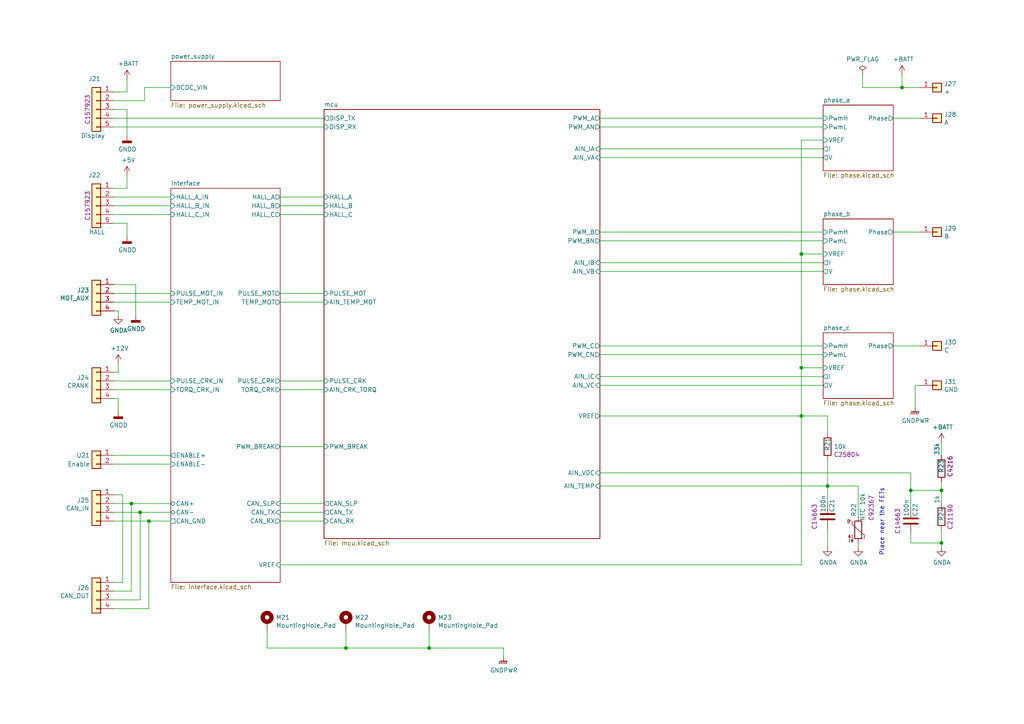
<source format=kicad_sch>
(kicad_sch (version 20211123) (generator eeschema)
  (paper "A4")
  (title_block (title "(BCC) Battery Case Controller") (date "2022-12-06") (rev "1") (company "UNIMOC universal motor controller"))
  (lib_symbols
    (symbol "Connector_Generic:Conn_01x01" (pin_names (offset 1.016) hide)
      (property "Reference" "J" (at 0 2.54 0))
      (property "Value" "Conn_01x01" (at 0 -2.54 0))
      (symbol "Conn_01x01_1_1"
        (rectangle (start -1.27 0.127) (end 0 -0.127) (stroke (width 0.1524)))
        (rectangle (start -1.27 1.27) (end 1.27 -1.27) (stroke (width 0.254)) (fill (type background)))
        (pin passive line (at -5.08 0 0) (length 3.81) (name "Pin_1") (number "1"))
      )
    )
    (symbol "Connector_Generic:Conn_01x02" (pin_names (offset 1.016) hide)
      (property "Reference" "J" (at 0 2.54 0))
      (property "Value" "Conn_01x02" (at 0 -5.08 0))
      (symbol "Conn_01x02_1_1"
        (rectangle (start -1.27 -2.413) (end 0 -2.667) (stroke (width 0.1524)))
        (rectangle (start -1.27 0.127) (end 0 -0.127) (stroke (width 0.1524)))
        (rectangle (start -1.27 1.27) (end 1.27 -3.81) (stroke (width 0.254)) (fill (type background)))
        (pin passive line (at -5.08 0 0) (length 3.81) (name "Pin_1") (number "1"))
        (pin passive line (at -5.08 -2.54 0) (length 3.81) (name "Pin_2") (number "2"))
      )
    )
    (symbol "Connector_Generic:Conn_01x04" (pin_names (offset 1.016) hide)
      (property "Reference" "J" (at 0 5.08 0))
      (property "Value" "Conn_01x04" (at 0 -7.62 0))
      (symbol "Conn_01x04_1_1"
        (rectangle (start -1.27 -4.953) (end 0 -5.207) (stroke (width 0.1524)))
        (rectangle (start -1.27 -2.413) (end 0 -2.667) (stroke (width 0.1524)))
        (rectangle (start -1.27 0.127) (end 0 -0.127) (stroke (width 0.1524)))
        (rectangle (start -1.27 2.667) (end 0 2.413) (stroke (width 0.1524)))
        (rectangle (start -1.27 3.81) (end 1.27 -6.35) (stroke (width 0.254)) (fill (type background)))
        (pin passive line (at -5.08 2.54 0) (length 3.81) (name "Pin_1") (number "1"))
        (pin passive line (at -5.08 0 0) (length 3.81) (name "Pin_2") (number "2"))
        (pin passive line (at -5.08 -2.54 0) (length 3.81) (name "Pin_3") (number "3"))
        (pin passive line (at -5.08 -5.08 0) (length 3.81) (name "Pin_4") (number "4"))
      )
    )
    (symbol "Connector_Generic:Conn_01x05" (pin_names (offset 1.016) hide)
      (property "Reference" "J" (at 0 7.62 0))
      (property "Value" "Conn_01x05" (at 0 -7.62 0))
      (symbol "Conn_01x05_1_1"
        (rectangle (start -1.27 -4.953) (end 0 -5.207) (stroke (width 0.1524)))
        (rectangle (start -1.27 -2.413) (end 0 -2.667) (stroke (width 0.1524)))
        (rectangle (start -1.27 0.127) (end 0 -0.127) (stroke (width 0.1524)))
        (rectangle (start -1.27 2.667) (end 0 2.413) (stroke (width 0.1524)))
        (rectangle (start -1.27 5.207) (end 0 4.953) (stroke (width 0.1524)))
        (rectangle (start -1.27 6.35) (end 1.27 -6.35) (stroke (width 0.254)) (fill (type background)))
        (pin passive line (at -5.08 5.08 0) (length 3.81) (name "Pin_1") (number "1"))
        (pin passive line (at -5.08 2.54 0) (length 3.81) (name "Pin_2") (number "2"))
        (pin passive line (at -5.08 0 0) (length 3.81) (name "Pin_3") (number "3"))
        (pin passive line (at -5.08 -2.54 0) (length 3.81) (name "Pin_4") (number "4"))
        (pin passive line (at -5.08 -5.08 0) (length 3.81) (name "Pin_5") (number "5"))
      )
    )
    (symbol "Device:C" (pin_numbers hide) (pin_names (offset 0.254))
      (property "Reference" "C" (at 0.635 2.54 0))
      (property "Value" "C" (at 0.635 -2.54 0))
      (symbol "C_0_1"
        (polyline (pts (xy -2.032 -0.762) (xy 2.032 -0.762)) (stroke (width 0.508)))
        (polyline (pts (xy -2.032 0.762) (xy 2.032 0.762)) (stroke (width 0.508)))
      )
      (symbol "C_1_1"
        (pin passive line (at 0 3.81 270) (length 2.794) (name "~") (number "1"))
        (pin passive line (at 0 -3.81 90) (length 2.794) (name "~") (number "2"))
      )
    )
    (symbol "Device:R" (pin_numbers hide) (pin_names (offset 0))
      (property "Reference" "R" (at 2.032 0 90))
      (property "Value" "R" (at 0 0 90))
      (symbol "R_0_1"
        (rectangle (start -1.016 -2.54) (end 1.016 2.54) (stroke (width 0.254)))
      )
      (symbol "R_1_1"
        (pin passive line (at 0 3.81 270) (length 1.27) (name "~") (number "1"))
        (pin passive line (at 0 -3.81 90) (length 1.27) (name "~") (number "2"))
      )
    )
    (symbol "Device:Thermistor_NTC" (pin_numbers hide) (pin_names (offset 0))
      (property "Reference" "TH" (at -4.445 0 90))
      (property "Value" "Thermistor_NTC" (at 3.175 0 90))
      (symbol "Thermistor_NTC_0_1"
        (arc (start -3.048 2.159) (mid -3.0495 2.3143) (end -3.175 2.413))
        (arc (start -3.048 2.159) (mid -2.9736 1.9794) (end -2.794 1.905))
        (arc (start -3.048 2.794) (mid -2.9736 2.6144) (end -2.794 2.54))
        (arc (start -2.794 1.905) (mid -2.6144 1.9794) (end -2.54 2.159))
        (arc (start -2.794 2.54) (mid -2.4393 2.5587) (end -2.159 2.794))
        (arc (start -2.794 3.048) (mid -2.9736 2.9736) (end -3.048 2.794))
        (arc (start -2.54 2.794) (mid -2.6144 2.9736) (end -2.794 3.048))
        (rectangle (start -1.016 2.54) (end 1.016 -2.54) (stroke (width 0.254)))
        (polyline (pts (xy -2.54 2.159) (xy -2.54 2.794)))
        (polyline (pts (xy -1.778 2.54) (xy -1.778 1.524) (xy 1.778 -1.524) (xy 1.778 -2.54)))
        (polyline (pts (xy -2.54 -3.683) (xy -2.54 -1.397) (xy -2.794 -2.159) (xy -2.286 -2.159) (xy -2.54 -1.397) (xy -2.54 -1.651)) (fill (type outline)))
        (polyline (pts (xy -1.778 -1.397) (xy -1.778 -3.683) (xy -2.032 -2.921) (xy -1.524 -2.921) (xy -1.778 -3.683) (xy -1.778 -3.429)) (fill (type outline)))
      )
      (symbol "Thermistor_NTC_1_1"
        (pin passive line (at 0 3.81 270) (length 1.27) (name "~") (number "1"))
        (pin passive line (at 0 -3.81 90) (length 1.27) (name "~") (number "2"))
      )
    )
    (symbol "Mechanical:MountingHole_Pad" (pin_numbers hide) (pin_names (offset 1.016) hide)
      (property "Reference" "H" (at 0 6.35 0))
      (property "Value" "MountingHole_Pad" (at 0 4.445 0))
      (symbol "MountingHole_Pad_0_1"
        (circle (center 0 1.27) (radius 1.27) (stroke (width 1.27)))
      )
      (symbol "MountingHole_Pad_1_1"
        (pin input line (at 0 -2.54 90) (length 2.54) (name "1") (number "1"))
      )
    )
    (symbol "power:+12V" (power) (pin_names (offset 0))
      (property "Value" "+12V" (at 0 3.556 0))
      (symbol "+12V_0_1"
        (polyline (pts (xy -0.762 1.27) (xy 0 2.54)))
        (polyline (pts (xy 0 0) (xy 0 2.54)))
        (polyline (pts (xy 0 2.54) (xy 0.762 1.27)))
      )
      (symbol "+12V_1_1"
        (pin power_in line (at 0 0 90) (length 0) hide (name "+12V") (number "1"))
      )
    )
    (symbol "power:+5V" (power) (pin_names (offset 0))
      (property "Value" "+5V" (at 0 3.556 0))
      (symbol "+5V_0_1"
        (polyline (pts (xy -0.762 1.27) (xy 0 2.54)))
        (polyline (pts (xy 0 0) (xy 0 2.54)))
        (polyline (pts (xy 0 2.54) (xy 0.762 1.27)))
      )
      (symbol "+5V_1_1"
        (pin power_in line (at 0 0 90) (length 0) hide (name "+5V") (number "1"))
      )
    )
    (symbol "power:+BATT" (power) (pin_names (offset 0))
      (property "Value" "+BATT" (at 0 3.556 0))
      (symbol "+BATT_0_1"
        (polyline (pts (xy -0.762 1.27) (xy 0 2.54)))
        (polyline (pts (xy 0 0) (xy 0 2.54)))
        (polyline (pts (xy 0 2.54) (xy 0.762 1.27)))
      )
      (symbol "+BATT_1_1"
        (pin power_in line (at 0 0 90) (length 0) hide (name "+BATT") (number "1"))
      )
    )
    (symbol "power:GNDA" (power) (pin_names (offset 0))
      (property "Value" "GNDA" (at 0 -3.81 0))
      (symbol "GNDA_0_1"
        (polyline (pts (xy 0 0) (xy 0 -1.27) (xy 1.27 -1.27) (xy 0 -2.54) (xy -1.27 -1.27) (xy 0 -1.27)))
      )
      (symbol "GNDA_1_1"
        (pin power_in line (at 0 0 270) (length 0) hide (name "GNDA") (number "1"))
      )
    )
    (symbol "power:GNDD" (power) (pin_names (offset 0))
      (property "Value" "GNDD" (at 0 -3.175 0))
      (symbol "GNDD_0_1"
        (rectangle (start -1.27 -1.524) (end 1.27 -2.032) (stroke (width 0.254)) (fill (type outline)))
        (polyline (pts (xy 0 0) (xy 0 -1.524)))
      )
      (symbol "GNDD_1_1"
        (pin power_in line (at 0 0 270) (length 0) hide (name "GNDD") (number "1"))
      )
    )
    (symbol "power:GNDPWR" (power) (pin_names (offset 0))
      (property "Value" "GNDPWR" (at 0 -3.302 0))
      (symbol "GNDPWR_0_1"
        (polyline (pts (xy 0 -1.27) (xy 0 0)))
        (polyline (pts (xy -1.016 -1.27) (xy -1.27 -2.032) (xy -1.27 -2.032)) (stroke (width 0.2032)))
        (polyline (pts (xy -0.508 -1.27) (xy -0.762 -2.032) (xy -0.762 -2.032)) (stroke (width 0.2032)))
        (polyline (pts (xy 0 -1.27) (xy -0.254 -2.032) (xy -0.254 -2.032)) (stroke (width 0.2032)))
        (polyline (pts (xy 0.508 -1.27) (xy 0.254 -2.032) (xy 0.254 -2.032)) (stroke (width 0.2032)))
        (polyline (pts (xy 1.016 -1.27) (xy -1.016 -1.27) (xy -1.016 -1.27)) (stroke (width 0.2032)))
        (polyline (pts (xy 1.016 -1.27) (xy 0.762 -2.032) (xy 0.762 -2.032) (xy 0.762 -2.032)) (stroke (width 0.2032)))
      )
      (symbol "GNDPWR_1_1"
        (pin power_in line (at 0 0 270) (length 0) hide (name "GNDPWR") (number "1"))
      )
    )
    (symbol "power:PWR_FLAG" (power) (pin_numbers hide) (pin_names (offset 0) hide)
      (property "Value" "PWR_FLAG" (at 0 3.81 0))
      (symbol "PWR_FLAG_0_0"
        (pin power_out line (at 0 0 90) (length 0) (name "pwr") (number "1"))
      )
      (symbol "PWR_FLAG_0_1"
        (polyline (pts (xy 0 0) (xy 0 1.27) (xy -1.016 1.905) (xy 0 2.54) (xy 1.016 1.905) (xy 0 1.27)))
      )
    )
  )
  (junction (at 232.41 106.68))
  (junction (at 232.41 73.66))
  (junction (at 240.03 140.97))
  (junction (at 273.05 142.24))
  (junction (at 232.41 120.65))
  (junction (at 38.1 146.05))
  (junction (at 273.05 157.48))
  (junction (at 40.64 148.59))
  (junction (at 261.62 25.4))
  (junction (at 264.16 142.24))
  (junction (at 43.18 151.13))
  (junction (at 100.33 187.96))
  (junction (at 124.46 187.96))
  (wire (pts (xy 100.33 187.96) (xy 100.33 182.88)))
  (wire (pts (xy 81.28 148.59) (xy 93.98 148.59)))
  (wire (pts (xy 264.16 157.48) (xy 264.16 154.94)))
  (wire (pts (xy 49.53 146.05) (xy 38.1 146.05)))
  (wire (pts (xy 232.41 163.83) (xy 232.41 120.65)))
  (wire (pts (xy 81.28 110.49) (xy 93.98 110.49)))
  (wire (pts (xy 273.05 132.08) (xy 273.05 128.27)))
  (wire (pts (xy 35.56 168.91) (xy 35.56 143.51)))
  (wire (pts (xy 40.64 148.59) (xy 40.64 173.99)))
  (wire (pts (xy 81.28 129.54) (xy 93.98 129.54)))
  (wire (pts (xy 36.83 31.75) (xy 36.83 39.37)))
  (wire (pts (xy 232.41 73.66) (xy 232.41 106.68)))
  (wire (pts (xy 124.46 187.96) (xy 124.46 182.88)))
  (wire (pts (xy 173.99 137.16) (xy 264.16 137.16)))
  (wire (pts (xy 41.91 29.21) (xy 41.91 25.4)))
  (wire (pts (xy 273.05 157.48) (xy 264.16 157.48)))
  (wire (pts (xy 248.92 149.86) (xy 248.92 140.97)))
  (wire (pts (xy 36.83 31.75) (xy 33.02 31.75)))
  (wire (pts (xy 33.02 85.09) (xy 49.53 85.09)))
  (wire (pts (xy 173.99 43.18) (xy 238.76 43.18)))
  (wire (pts (xy 266.7 34.29) (xy 259.08 34.29)))
  (wire (pts (xy 273.05 158.75) (xy 273.05 157.48)))
  (wire (pts (xy 43.18 176.53) (xy 33.02 176.53)))
  (wire (pts (xy 266.7 25.4) (xy 261.62 25.4)))
  (wire (pts (xy 248.92 140.97) (xy 240.03 140.97)))
  (wire (pts (xy 124.46 187.96) (xy 100.33 187.96)))
  (wire (pts (xy 232.41 40.64) (xy 232.41 73.66)))
  (wire (pts (xy 41.91 25.4) (xy 49.53 25.4)))
  (wire (pts (xy 33.02 168.91) (xy 35.56 168.91)))
  (wire (pts (xy 248.92 157.48) (xy 248.92 158.75)))
  (wire (pts (xy 33.02 148.59) (xy 40.64 148.59)))
  (wire (pts (xy 33.02 59.69) (xy 49.53 59.69)))
  (wire (pts (xy 33.02 115.57) (xy 34.29 115.57)))
  (wire (pts (xy 36.83 26.67) (xy 36.83 22.86)))
  (wire (pts (xy 35.56 143.51) (xy 33.02 143.51)))
  (wire (pts (xy 232.41 106.68) (xy 232.41 120.65)))
  (wire (pts (xy 93.98 57.15) (xy 81.28 57.15)))
  (wire (pts (xy 81.28 113.03) (xy 93.98 113.03)))
  (wire (pts (xy 173.99 78.74) (xy 238.76 78.74)))
  (wire (pts (xy 266.7 67.31) (xy 259.08 67.31)))
  (wire (pts (xy 33.02 134.62) (xy 49.53 134.62)))
  (wire (pts (xy 36.83 64.77) (xy 36.83 68.58)))
  (wire (pts (xy 34.29 90.17) (xy 34.29 91.44)))
  (wire (pts (xy 33.02 90.17) (xy 34.29 90.17)))
  (wire (pts (xy 173.99 36.83) (xy 238.76 36.83)))
  (wire (pts (xy 100.33 187.96) (xy 77.47 187.96)))
  (wire (pts (xy 264.16 147.32) (xy 264.16 142.24)))
  (wire (pts (xy 33.02 82.55) (xy 39.37 82.55)))
  (wire (pts (xy 240.03 125.73) (xy 240.03 120.65)))
  (wire (pts (xy 93.98 151.13) (xy 81.28 151.13)))
  (wire (pts (xy 49.53 62.23) (xy 33.02 62.23)))
  (wire (pts (xy 273.05 139.7) (xy 273.05 142.24)))
  (wire (pts (xy 33.02 132.08) (xy 49.53 132.08)))
  (wire (pts (xy 36.83 54.61) (xy 36.83 50.8)))
  (wire (pts (xy 81.28 59.69) (xy 93.98 59.69)))
  (wire (pts (xy 232.41 120.65) (xy 240.03 120.65)))
  (wire (pts (xy 173.99 109.22) (xy 238.76 109.22)))
  (wire (pts (xy 81.28 163.83) (xy 232.41 163.83)))
  (wire (pts (xy 33.02 34.29) (xy 93.98 34.29)))
  (wire (pts (xy 38.1 171.45) (xy 33.02 171.45)))
  (wire (pts (xy 33.02 36.83) (xy 93.98 36.83)))
  (wire (pts (xy 38.1 146.05) (xy 38.1 171.45)))
  (wire (pts (xy 173.99 76.2) (xy 238.76 76.2)))
  (wire (pts (xy 93.98 62.23) (xy 81.28 62.23)))
  (wire (pts (xy 33.02 26.67) (xy 36.83 26.67)))
  (wire (pts (xy 33.02 146.05) (xy 38.1 146.05)))
  (wire (pts (xy 173.99 69.85) (xy 238.76 69.85)))
  (wire (pts (xy 33.02 110.49) (xy 49.53 110.49)))
  (wire (pts (xy 264.16 142.24) (xy 273.05 142.24)))
  (wire (pts (xy 77.47 187.96) (xy 77.47 182.88)))
  (wire (pts (xy 33.02 29.21) (xy 41.91 29.21)))
  (wire (pts (xy 33.02 54.61) (xy 36.83 54.61)))
  (wire (pts (xy 49.53 148.59) (xy 40.64 148.59)))
  (wire (pts (xy 33.02 57.15) (xy 49.53 57.15)))
  (wire (pts (xy 232.41 73.66) (xy 238.76 73.66)))
  (wire (pts (xy 34.29 107.95) (xy 34.29 105.41)))
  (wire (pts (xy 33.02 107.95) (xy 34.29 107.95)))
  (wire (pts (xy 264.16 142.24) (xy 264.16 137.16)))
  (wire (pts (xy 266.7 111.76) (xy 265.43 111.76)))
  (wire (pts (xy 33.02 151.13) (xy 43.18 151.13)))
  (wire (pts (xy 173.99 67.31) (xy 238.76 67.31)))
  (wire (pts (xy 39.37 82.55) (xy 39.37 91.44)))
  (wire (pts (xy 261.62 25.4) (xy 261.62 21.59)))
  (wire (pts (xy 34.29 115.57) (xy 34.29 119.38)))
  (wire (pts (xy 33.02 87.63) (xy 49.53 87.63)))
  (wire (pts (xy 261.62 25.4) (xy 250.19 25.4)))
  (wire (pts (xy 273.05 142.24) (xy 273.05 146.05)))
  (wire (pts (xy 173.99 45.72) (xy 238.76 45.72)))
  (wire (pts (xy 146.05 187.96) (xy 124.46 187.96)))
  (wire (pts (xy 273.05 153.67) (xy 273.05 157.48)))
  (wire (pts (xy 93.98 146.05) (xy 81.28 146.05)))
  (wire (pts (xy 33.02 113.03) (xy 49.53 113.03)))
  (wire (pts (xy 93.98 85.09) (xy 81.28 85.09)))
  (wire (pts (xy 173.99 102.87) (xy 238.76 102.87)))
  (wire (pts (xy 33.02 173.99) (xy 40.64 173.99)))
  (wire (pts (xy 240.03 153.67) (xy 240.03 158.75)))
  (wire (pts (xy 173.99 100.33) (xy 238.76 100.33)))
  (wire (pts (xy 238.76 40.64) (xy 232.41 40.64)))
  (wire (pts (xy 146.05 187.96) (xy 146.05 190.5)))
  (wire (pts (xy 240.03 133.35) (xy 240.03 140.97)))
  (wire (pts (xy 173.99 111.76) (xy 238.76 111.76)))
  (wire (pts (xy 266.7 100.33) (xy 259.08 100.33)))
  (wire (pts (xy 250.19 25.4) (xy 250.19 21.59)))
  (wire (pts (xy 232.41 106.68) (xy 238.76 106.68)))
  (wire (pts (xy 43.18 151.13) (xy 43.18 176.53)))
  (wire (pts (xy 33.02 64.77) (xy 36.83 64.77)))
  (wire (pts (xy 49.53 151.13) (xy 43.18 151.13)))
  (wire (pts (xy 81.28 87.63) (xy 93.98 87.63)))
  (wire (pts (xy 173.99 120.65) (xy 232.41 120.65)))
  (wire (pts (xy 173.99 34.29) (xy 238.76 34.29)))
  (wire (pts (xy 173.99 140.97) (xy 240.03 140.97)))
  (wire (pts (xy 265.43 111.76) (xy 265.43 118.11)))
  (wire (pts (xy 240.03 140.97) (xy 240.03 146.05)))
  (text "Place near the FETs" (at 256.54 161.29 90) (effects (font (size 1.27 1.27)) (justify left bottom)))
  (symbol (lib_id "power:PWR_FLAG") (at 250.19 21.59 0) (unit 1)
    (property "Reference" "#U024" (effects hide))
    (property "Value" "PWR_FLAG" (at 250.19 17.1958 0))
  )
  (symbol (lib_id "Device:C") (at 264.16 151.13 0) (mirror y) (unit 1)
    (property "Reference" "C22" (at 265.43 149.86 90) (effects (justify left)))
    (property "Value" "100n" (at 262.89 149.86 90) (effects (justify left)))
    (property "Footprint" "Capacitor_SMD:C_0603_1608Metric" (effects hide))
    (property "LCSC#" "C14663" (at 260.35 151.13 90))
  )
  (symbol (lib_id "power:GNDD") (at 34.29 119.38 0) (unit 1)
    (property "Reference" "#PWR023" (effects hide))
    (property "Value" "GNDD" (at 34.3916 123.317 0))
  )
  (symbol (lib_id "Connector_Generic:Conn_01x05") (at 27.94 59.69 0) (mirror y) (unit 1)
    (property "Reference" "J22" (at 29.21 50.8 0) (effects (justify left)))
    (property "Value" "HALL" (at 30.48 67.31 0) (effects (justify left)))
    (property "Footprint" "Connector_JST:JST_PH_B5B-PH-K_1x05_P2.00mm_Vertical" (effects hide))
    (property "Part#" "C157923" (effects hide))
    (property "LCSC#" "C157923" (at 25.4 59.69 90))
  )
  (symbol (lib_id "Connector_Generic:Conn_01x02") (at 27.94 132.08 0) (mirror y) (unit 1)
    (property "Reference" "U21" (at 24.13 132.08 0))
    (property "Value" "Enable" (at 22.86 134.62 0))
    (property "Footprint" "Connector_JST:JST_PH_B2B-PH-K_1x02_P2.00mm_Vertical" (effects hide))
  )
  (symbol (lib_id "Connector_Generic:Conn_01x04") (at 27.94 110.49 0) (mirror y) (unit 1)
    (property "Reference" "J24" (at 25.908 109.5502 0) (effects (justify left)))
    (property "Value" "CRANK" (at 25.908 111.8616 0) (effects (justify left)))
    (property "Footprint" "Connector_JST:JST_PH_B4B-PH-K_1x04_P2.00mm_Vertical" (effects hide))
  )
  (symbol (lib_id "Device:R") (at 273.05 149.86 0) (unit 1)
    (property "Reference" "R24" (at 273.05 151.13 90) (effects (justify left)))
    (property "Value" "1k" (at 271.78 146.05 90) (effects (justify left)))
    (property "Footprint" "Resistor_SMD:R_0603_1608Metric" (effects hide))
    (property "LCSC#" "C21190" (at 275.59 153.67 90) (effects (justify left)))
  )
  (symbol (lib_id "Device:R") (at 240.03 129.54 0) (unit 1)
    (property "Reference" "R21" (at 240.03 130.81 90) (effects (justify left)))
    (property "Value" "10k" (at 241.808 129.54 0) (effects (justify left)))
    (property "Footprint" "Resistor_SMD:R_0603_1608Metric" (effects hide))
    (property "LCSC#" "C25804" (at 241.808 131.8514 0) (effects (justify left)))
  )
  (symbol (lib_id "Connector_Generic:Conn_01x01") (at 271.78 100.33 0) (unit 1)
    (property "Reference" "J30" (at 273.812 99.2632 0) (effects (justify left)))
    (property "Value" "C" (at 273.812 101.5746 0) (effects (justify left)))
    (property "Footprint" "MountingHole:MountingHole_2.2mm_M2_Pad_Via" (effects hide))
  )
  (symbol (lib_id "Connector_Generic:Conn_01x01") (at 271.78 25.4 0) (unit 1)
    (property "Reference" "J27" (at 273.812 24.3332 0) (effects (justify left)))
    (property "Value" "+" (at 273.812 26.6446 0) (effects (justify left)))
    (property "Footprint" "MountingHole:MountingHole_2.2mm_M2_Pad_Via" (effects hide))
  )
  (symbol (lib_id "power:GNDPWR") (at 146.05 190.5 0) (unit 1)
    (property "Reference" "#U021" (effects hide))
    (property "Value" "GNDPWR" (at 146.1516 194.4116 0))
  )
  (symbol (lib_id "Mechanical:MountingHole_Pad") (at 100.33 180.34 0) (unit 1)
    (property "Reference" "M22" (at 102.87 179.0954 0) (effects (justify left)))
    (property "Value" "MountingHole_Pad" (at 102.87 181.4068 0) (effects (justify left)))
    (property "Footprint" "MountingHole:MountingHole_3.2mm_M3_Pad_Via" (effects hide))
  )
  (symbol (lib_id "Connector_Generic:Conn_01x01") (at 271.78 111.76 0) (unit 1)
    (property "Reference" "J31" (at 273.812 110.6932 0) (effects (justify left)))
    (property "Value" "GND" (at 273.812 113.0046 0) (effects (justify left)))
    (property "Footprint" "MountingHole:MountingHole_2.2mm_M2_Pad_Via" (effects hide))
  )
  (symbol (lib_id "power:+12V") (at 34.29 105.41 0) (unit 1)
    (property "Reference" "#PWR022" (effects hide))
    (property "Value" "+12V" (at 34.671 101.0158 0))
  )
  (symbol (lib_id "Mechanical:MountingHole_Pad") (at 77.47 180.34 0) (unit 1)
    (property "Reference" "M21" (at 80.01 179.0954 0) (effects (justify left)))
    (property "Value" "MountingHole_Pad" (at 80.01 181.4068 0) (effects (justify left)))
    (property "Footprint" "MountingHole:MountingHole_3.2mm_M3_Pad_Via" (effects hide))
  )
  (symbol (lib_id "Mechanical:MountingHole_Pad") (at 124.46 180.34 0) (unit 1)
    (property "Reference" "M23" (at 127 179.0954 0) (effects (justify left)))
    (property "Value" "MountingHole_Pad" (at 127 181.4068 0) (effects (justify left)))
    (property "Footprint" "MountingHole:MountingHole_3.2mm_M3_Pad_Via" (effects hide))
  )
  (symbol (lib_id "power:GNDD") (at 39.37 91.44 0) (unit 1)
    (property "Reference" "#PWR028" (effects hide))
    (property "Value" "GNDD" (at 39.4716 95.377 0))
  )
  (symbol (lib_id "power:GNDA") (at 248.92 158.75 0) (unit 1)
    (property "Reference" "#U023" (effects hide))
    (property "Value" "GNDA" (at 249.047 163.1442 0))
  )
  (symbol (lib_id "power:GNDD") (at 36.83 68.58 0) (unit 1)
    (property "Reference" "#PWR027" (effects hide))
    (property "Value" "GNDD" (at 36.9316 72.517 0))
  )
  (symbol (lib_id "power:GNDPWR") (at 265.43 118.11 0) (unit 1)
    (property "Reference" "#U025" (effects hide))
    (property "Value" "GNDPWR" (at 265.5316 122.0216 0))
  )
  (symbol (lib_id "power:+BATT") (at 273.05 128.27 0) (unit 1)
    (property "Reference" "#PWR030" (effects hide))
    (property "Value" "+BATT" (at 273.431 123.8758 0))
  )
  (symbol (lib_id "Connector_Generic:Conn_01x01") (at 271.78 34.29 0) (unit 1)
    (property "Reference" "J28" (at 273.812 33.2232 0) (effects (justify left)))
    (property "Value" "A" (at 273.812 35.5346 0) (effects (justify left)))
    (property "Footprint" "MountingHole:MountingHole_2.2mm_M2_Pad_Via" (effects hide))
  )
  (symbol (lib_id "Connector_Generic:Conn_01x04") (at 27.94 85.09 0) (mirror y) (unit 1)
    (property "Reference" "J23" (at 25.908 84.1502 0) (effects (justify left)))
    (property "Value" "MOT_AUX" (at 25.908 86.4616 0) (effects (justify left)))
    (property "Footprint" "Connector_JST:JST_PH_B4B-PH-K_1x04_P2.00mm_Vertical" (effects hide))
  )
  (symbol (lib_id "Device:Thermistor_NTC") (at 248.92 153.67 0) (unit 1)
    (property "Reference" "R22" (at 247.65 149.86 90) (effects (justify left)))
    (property "Value" "NTC 10k" (at 250.19 151.13 90) (effects (justify left)))
    (property "Footprint" "Resistor_SMD:R_0603_1608Metric" (effects hide))
    (property "LCSC#" "C92367" (at 252.73 147.32 90))
  )
  (symbol (lib_id "power:+BATT") (at 36.83 22.86 0) (unit 1)
    (property "Reference" "#PWR024" (effects hide))
    (property "Value" "+BATT" (at 37.211 18.4658 0))
  )
  (symbol (lib_id "Connector_Generic:Conn_01x04") (at 27.94 171.45 0) (mirror y) (unit 1)
    (property "Reference" "J26" (at 25.908 170.5102 0) (effects (justify left)))
    (property "Value" "CAN_OUT" (at 25.908 172.8216 0) (effects (justify left)))
    (property "Footprint" "Connector_JST:JST_PH_B4B-PH-K_1x04_P2.00mm_Vertical" (effects hide))
  )
  (symbol (lib_id "power:GNDA") (at 240.03 158.75 0) (unit 1)
    (property "Reference" "#U022" (effects hide))
    (property "Value" "GNDA" (at 240.157 163.1442 0))
  )
  (symbol (lib_id "power:GNDA") (at 273.05 158.75 0) (unit 1)
    (property "Reference" "#PWR031" (effects hide))
    (property "Value" "GNDA" (at 273.177 163.1442 0))
  )
  (symbol (lib_id "Connector_Generic:Conn_01x05") (at 27.94 31.75 0) (mirror y) (unit 1)
    (property "Reference" "J21" (at 29.21 22.86 0) (effects (justify left)))
    (property "Value" "Display" (at 30.48 39.37 0) (effects (justify left)))
    (property "Footprint" "Connector_JST:JST_PH_B5B-PH-K_1x05_P2.00mm_Vertical" (effects hide))
    (property "Part#" "C157923" (effects hide))
    (property "LCSC#" "C157923" (at 25.4 31.75 90))
  )
  (symbol (lib_id "power:GNDA") (at 34.29 91.44 0) (unit 1)
    (property "Reference" "#PWR021" (effects hide))
    (property "Value" "GNDA" (at 34.417 95.8342 0))
  )
  (symbol (lib_id "Connector_Generic:Conn_01x01") (at 271.78 67.31 0) (unit 1)
    (property "Reference" "J29" (at 273.812 66.2432 0) (effects (justify left)))
    (property "Value" "B" (at 273.812 68.5546 0) (effects (justify left)))
    (property "Footprint" "MountingHole:MountingHole_2.2mm_M2_Pad_Via" (effects hide))
  )
  (symbol (lib_id "Device:R") (at 273.05 135.89 0) (unit 1)
    (property "Reference" "R23" (at 273.05 137.16 90) (effects (justify left)))
    (property "Value" "33k" (at 271.78 132.08 90) (effects (justify left)))
    (property "Footprint" "Resistor_SMD:R_0603_1608Metric" (effects hide))
    (property "LCSC#" "C4216" (at 275.59 138.43 90) (effects (justify left)))
  )
  (symbol (lib_id "power:+5V") (at 36.83 50.8 0) (unit 1)
    (property "Reference" "#PWR026" (effects hide))
    (property "Value" "+5V" (at 37.211 46.4058 0))
  )
  (symbol (lib_id "Device:C") (at 240.03 149.86 0) (mirror y) (unit 1)
    (property "Reference" "C21" (at 241.3 148.59 90) (effects (justify left)))
    (property "Value" "100n" (at 238.76 148.59 90) (effects (justify left)))
    (property "Footprint" "Capacitor_SMD:C_0603_1608Metric" (effects hide))
    (property "LCSC#" "C14663" (at 236.22 149.86 90))
  )
  (symbol (lib_id "power:GNDD") (at 36.83 39.37 0) (unit 1)
    (property "Reference" "#PWR025" (effects hide))
    (property "Value" "GNDD" (at 36.9316 43.307 0))
  )
  (symbol (lib_id "power:+BATT") (at 261.62 21.59 0) (unit 1)
    (property "Reference" "#PWR029" (effects hide))
    (property "Value" "+BATT" (at 262.001 17.1958 0))
  )
  (symbol (lib_id "Connector_Generic:Conn_01x04") (at 27.94 146.05 0) (mirror y) (unit 1)
    (property "Reference" "J25" (at 25.908 145.1102 0) (effects (justify left)))
    (property "Value" "CAN_IN" (at 25.908 147.4216 0) (effects (justify left)))
    (property "Footprint" "Connector_JST:JST_PH_B4B-PH-K_1x04_P2.00mm_Vertical" (effects hide))
  )
  (sheet (at 93.98 31.75) (size 80.01 124.46)
    (property "Sheet name" "mcu" (at 93.98 31.0384 0) (effects (justify left bottom)))
    (property "Sheet file" "mcu.kicad_sch" (at 93.98 156.7946 0) (effects (justify left top)))
    (pin "PWM_BREAK" input (at 93.98 129.54 180))
    (pin "HALL_A" input (at 93.98 57.15 180))
    (pin "HALL_B" input (at 93.98 59.69 180))
    (pin "HALL_C" input (at 93.98 62.23 180))
    (pin "DISP_TX" output (at 93.98 34.29 180))
    (pin "DISP_RX" input (at 93.98 36.83 180))
    (pin "CAN_RX" input (at 93.98 151.13 180))
    (pin "CAN_TX" output (at 93.98 148.59 180))
    (pin "CAN_SLP" output (at 93.98 146.05 180))
    (pin "AIN_TEMP_MOT" input (at 93.98 87.63 180))
    (pin "AIN_CRK_TORQ" input (at 93.98 113.03 180))
    (pin "PULSE_MOT" input (at 93.98 85.09 180))
    (pin "PULSE_CRK" input (at 93.98 110.49 180))
    (pin "AIN_TEMP" input (at 173.99 140.97 0))
    (pin "AIN_VB" input (at 173.99 78.74 0))
    (pin "AIN_VA" input (at 173.99 45.72 0))
    (pin "AIN_IA" input (at 173.99 43.18 0))
    (pin "AIN_IB" input (at 173.99 76.2 0))
    (pin "PWM_AN" output (at 173.99 36.83 0))
    (pin "VREF" output (at 173.99 120.65 0))
    (pin "PWM_BN" output (at 173.99 69.85 0))
    (pin "AIN_IC" input (at 173.99 109.22 0))
    (pin "PWM_C" output (at 173.99 100.33 0))
    (pin "AIN_VDC" input (at 173.99 137.16 0))
    (pin "PWM_A" output (at 173.99 34.29 0))
    (pin "PWM_CN" output (at 173.99 102.87 0))
    (pin "PWM_B" output (at 173.99 67.31 0))
    (pin "AIN_VC" input (at 173.99 111.76 0))
  )
  (sheet (at 49.53 17.78) (size 31.75 11.43)
    (property "Sheet name" "power_supply" (at 49.53 17.0684 0) (effects (justify left bottom)))
    (property "Sheet file" "power_supply.kicad_sch" (at 49.53 29.7946 0) (effects (justify left top)))
    (pin "DCDC_VIN" input (at 49.53 25.4 180))
  )
  (sheet (at 49.53 54.61) (size 31.75 114.3)
    (property "Sheet name" "Interface" (at 49.53 53.8984 0) (effects (justify left bottom)))
    (property "Sheet file" "interface.kicad_sch" (at 49.53 169.4946 0) (effects (justify left top)))
    (pin "VREF" input (at 81.28 163.83 0))
    (pin "HALL_A_IN" input (at 49.53 57.15 180))
    (pin "HALL_B_IN" input (at 49.53 59.69 180))
    (pin "HALL_C_IN" input (at 49.53 62.23 180))
    (pin "PULSE_MOT_IN" input (at 49.53 85.09 180))
    (pin "TEMP_MOT_IN" input (at 49.53 87.63 180))
    (pin "HALL_A" output (at 81.28 57.15 0))
    (pin "HALL_B" output (at 81.28 59.69 0))
    (pin "HALL_C" output (at 81.28 62.23 0))
    (pin "PULSE_MOT" output (at 81.28 85.09 0))
    (pin "TEMP_MOT" output (at 81.28 87.63 0))
    (pin "PULSE_CRK_IN" input (at 49.53 110.49 180))
    (pin "TORQ_CRK_IN" input (at 49.53 113.03 180))
    (pin "PULSE_CRK" output (at 81.28 110.49 0))
    (pin "TORQ_CRK" output (at 81.28 113.03 0))
    (pin "CAN_TX" input (at 81.28 148.59 0))
    (pin "CAN_RX" output (at 81.28 151.13 0))
    (pin "CAN+" bidirectional (at 49.53 146.05 180))
    (pin "CAN-" bidirectional (at 49.53 148.59 180))
    (pin "CAN_GND" passive (at 49.53 151.13 180))
    (pin "CAN_SLP" input (at 81.28 146.05 0))
    (pin "PWM_BREAK" output (at 81.28 129.54 0))
    (pin "ENABLE+" output (at 49.53 132.08 180))
    (pin "ENABLE-" input (at 49.53 134.62 180))
  )
  (sheet (at 238.76 30.48) (size 20.32 19.05) (stroke (width 0.1524))
    (property "Sheet name" "phase_a" (at 238.76 29.7684 0) (effects (justify left bottom)))
    (property "Sheet file" "phase.kicad_sch" (at 238.76 50.1146 0) (effects (justify left top)))
    (pin "I" output (at 238.76 43.18 180))
    (pin "Phase" output (at 259.08 34.29 0))
    (pin "PwmL" input (at 238.76 36.83 180))
    (pin "PwmH" input (at 238.76 34.29 180))
    (pin "VREF" input (at 238.76 40.64 180))
    (pin "V" output (at 238.76 45.72 180))
  )
  (sheet (at 238.76 96.52) (size 20.32 19.05) (stroke (width 0.1524))
    (property "Sheet name" "phase_c" (at 238.76 95.8084 0) (effects (justify left bottom)))
    (property "Sheet file" "phase.kicad_sch" (at 238.76 116.1546 0) (effects (justify left top)))
    (pin "I" output (at 238.76 109.22 180))
    (pin "Phase" output (at 259.08 100.33 0))
    (pin "PwmL" input (at 238.76 102.87 180))
    (pin "PwmH" input (at 238.76 100.33 180))
    (pin "VREF" input (at 238.76 106.68 180))
    (pin "V" output (at 238.76 111.76 180))
  )
  (sheet (at 238.76 63.5) (size 20.32 19.05) (stroke (width 0.1524))
    (property "Sheet name" "phase_b" (at 238.76 62.7884 0) (effects (justify left bottom)))
    (property "Sheet file" "phase.kicad_sch" (at 238.76 83.1346 0) (effects (justify left top)))
    (pin "I" output (at 238.76 76.2 180))
    (pin "Phase" output (at 259.08 67.31 0))
    (pin "PwmL" input (at 238.76 69.85 180))
    (pin "PwmH" input (at 238.76 67.31 180))
    (pin "VREF" input (at 238.76 73.66 180))
    (pin "V" output (at 238.76 78.74 180))
  )
)
</source>
